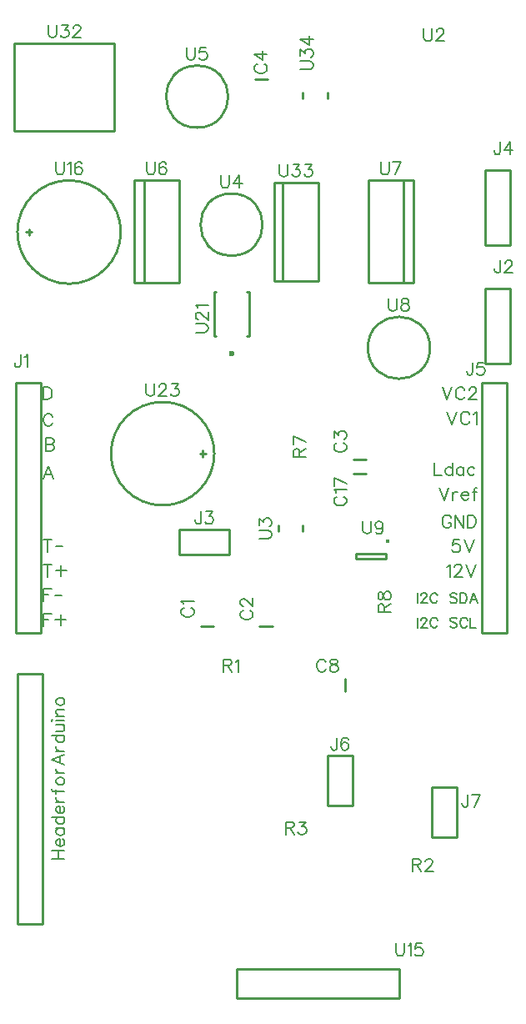
<source format=gbr>
G04 DipTrace 3.0.0.2*
G04 TopSilk.gbr*
%MOMM*%
G04 #@! TF.FileFunction,Legend,Top*
G04 #@! TF.Part,Single*
%ADD10C,0.25*%
%ADD26O,0.39127X0.39172*%
%ADD32O,0.59978X0.60023*%
%ADD73C,0.19608*%
%ADD74C,0.15686*%
%FSLAX35Y35*%
G04*
G71*
G90*
G75*
G01*
G04 TopSilk*
%LPD*%
X3164950Y4844947D2*
D10*
X3035050D1*
X3764950D2*
X3635050D1*
X4714950Y6544947D2*
X4585050D1*
X3590050Y10400053D2*
X3719950D1*
X4505053Y4314950D2*
Y4185050D1*
X4585050Y6395053D2*
X4714950D1*
X1172996Y1822949D2*
X1427000D1*
Y4363051D1*
X1172996D1*
Y1822949D1*
X1154996Y4779949D2*
X1409000D1*
Y7320051D1*
X1154996D1*
Y4779949D1*
X6177013Y8276952D2*
X5923000D1*
Y7515048D1*
X6177013D1*
Y8276952D1*
X2819000Y5573000D2*
X3327000D1*
Y5827000D1*
X2819000D1*
Y5573000D1*
X6177013Y9476952D2*
X5923000D1*
Y8715048D1*
X6177013D1*
Y9476952D1*
X6145004Y7320051D2*
X5891000D1*
Y4779949D1*
X6145004D1*
Y7320051D1*
X4323000Y3531000D2*
X4577000D1*
Y3023000D1*
X4323000D1*
Y3531000D1*
X5636700Y2704343D2*
X5382700D1*
Y3212343D1*
X5636700D1*
Y2704343D1*
X3824990Y5810080D2*
Y5869920D1*
X4075010Y5810080D2*
Y5869920D1*
X3350000Y8610000D2*
G02X3350000Y8610000I0J315000D01*
G01*
X3000000Y9910000D2*
G02X3000000Y9910000I0J315000D01*
G01*
X2460142Y8334000D2*
Y9374000D1*
X2360000Y8334000D2*
Y9374000D1*
X2820000Y8334000D2*
Y9374000D1*
Y8334000D2*
X2360000D1*
X2820000Y9374000D2*
X2360000D1*
X5099451Y9373980D2*
Y8333980D1*
X5199593Y9373980D2*
Y8333980D1*
X4739593Y9373980D2*
Y8333980D1*
Y9373980D2*
X5199593D1*
X4739593Y8333980D2*
X5199593D1*
X5365000Y7675000D2*
G02X5365000Y7675000I-315000J0D01*
G01*
D26*
X4938356Y5707361D3*
X4914986Y5580000D2*
D10*
X4615000D1*
Y5530000D1*
X4914986D1*
Y5580000D1*
X3402984Y1369007D2*
X5053945D1*
Y1069000D1*
X3402984D1*
Y1369007D1*
X1175000Y8850000D2*
G02X1175000Y8850000I525000J0D01*
G01*
X1291340Y8819970D2*
Y8880030D1*
X1261310Y8850000D2*
X1321265D1*
X3169992Y7794991D2*
Y8245008D1*
X3530002Y7794991D2*
Y8245008D1*
X3169992D2*
X3195012D1*
X3169992Y7794991D2*
X3195012D1*
X3504981Y8245008D2*
X3530002D1*
X3504981Y7794991D2*
X3530002D1*
D32*
X3349997Y7612511D3*
X2125000Y6600000D2*
D10*
G02X2125000Y6600000I525000J0D01*
G01*
X3058660Y6630030D2*
Y6569970D1*
X3088690Y6600000D2*
X3028735D1*
X2154000Y9873000D2*
X1138000D1*
Y10762025D1*
X2154000D1*
Y9873000D1*
X3780000Y8354000D2*
X4230000D1*
Y9354000D1*
X3780000D1*
Y8354000D1*
X3870000D2*
Y9354000D1*
X4325010Y10269920D2*
Y10210080D1*
X4074990Y10269920D2*
Y10210080D1*
X2869337Y5035689D2*
D73*
X2857264Y5029652D1*
X2845050Y5017439D1*
X2839013Y5005366D1*
Y4981079D1*
X2845050Y4968866D1*
X2857263Y4956793D1*
X2869336Y4950616D1*
X2887586Y4944579D1*
X2918050D1*
X2936160Y4950616D1*
X2948373Y4956793D1*
X2960446Y4968866D1*
X2966623Y4981079D1*
Y5005366D1*
X2960446Y5017439D1*
X2948373Y5029652D1*
X2936160Y5035689D1*
X2863440Y5074904D2*
X2857264Y5087118D1*
X2839154Y5105368D1*
X2966623D1*
X3469337Y5008384D2*
X3457264Y5002347D1*
X3445050Y4990134D1*
X3439013Y4978061D1*
Y4953774D1*
X3445050Y4941561D1*
X3457263Y4929488D1*
X3469336Y4923311D1*
X3487586Y4917274D1*
X3518050D1*
X3536160Y4923311D1*
X3548373Y4929488D1*
X3560446Y4941561D1*
X3566623Y4953774D1*
Y4978061D1*
X3560446Y4990134D1*
X3548373Y5002347D1*
X3536160Y5008384D1*
X3469477Y5053777D2*
X3463440D1*
X3451227Y5059813D1*
X3445190Y5065850D1*
X3439154Y5078063D1*
Y5102350D1*
X3445190Y5114423D1*
X3451227Y5120459D1*
X3463440Y5126636D1*
X3475514D1*
X3487727Y5120459D1*
X3505837Y5108386D1*
X3566623Y5047599D1*
Y5132673D1*
X4419337Y6708384D2*
X4407264Y6702347D1*
X4395050Y6690134D1*
X4389013Y6678061D1*
Y6653774D1*
X4395050Y6641561D1*
X4407263Y6629488D1*
X4419336Y6623311D1*
X4437586Y6617274D1*
X4468050D1*
X4486160Y6623311D1*
X4498373Y6629488D1*
X4510446Y6641561D1*
X4516623Y6653774D1*
Y6678061D1*
X4510446Y6690134D1*
X4498373Y6702347D1*
X4486160Y6708384D1*
X4389154Y6759813D2*
Y6826496D1*
X4437727Y6790136D1*
Y6808386D1*
X4443764Y6820459D1*
X4449800Y6826496D1*
X4468050Y6832673D1*
X4480123D1*
X4498373Y6826496D1*
X4510587Y6814423D1*
X4516623Y6796173D1*
Y6777923D1*
X4510587Y6759813D1*
X4504410Y6753776D1*
X4492337Y6747600D1*
X3613057Y10555916D2*
X3600984Y10549879D1*
X3588770Y10537666D1*
X3582733Y10525593D1*
Y10501306D1*
X3588770Y10489093D1*
X3600983Y10477020D1*
X3613056Y10470843D1*
X3631306Y10464806D1*
X3661770D1*
X3679880Y10470843D1*
X3692093Y10477020D1*
X3704166Y10489093D1*
X3710343Y10501306D1*
Y10525593D1*
X3704166Y10537666D1*
X3692093Y10549879D1*
X3679880Y10555916D1*
X3710343Y10655918D2*
X3582874D1*
X3667807Y10595131D1*
Y10686241D1*
X4308507Y4480664D2*
X4302471Y4492737D1*
X4290257Y4504950D1*
X4278184Y4510987D1*
X4253898D1*
X4241684Y4504950D1*
X4229611Y4492737D1*
X4223434Y4480664D1*
X4217398Y4462414D1*
Y4431950D1*
X4223434Y4413840D1*
X4229611Y4401627D1*
X4241684Y4389554D1*
X4253898Y4383377D1*
X4278184D1*
X4290257Y4389554D1*
X4302471Y4401627D1*
X4308507Y4413840D1*
X4378046Y4510846D2*
X4359936Y4504810D1*
X4353760Y4492737D1*
Y4480523D1*
X4359936Y4468450D1*
X4372010Y4462273D1*
X4396296Y4456237D1*
X4414546Y4450200D1*
X4426619Y4437987D1*
X4432656Y4425914D1*
Y4407664D1*
X4426619Y4395590D1*
X4420583Y4389414D1*
X4402333Y4383377D1*
X4378046D1*
X4359936Y4389414D1*
X4353760Y4395590D1*
X4347723Y4407664D1*
Y4425914D1*
X4353760Y4437987D1*
X4365973Y4450200D1*
X4384083Y4456237D1*
X4408369Y4462273D1*
X4420583Y4468450D1*
X4426619Y4480523D1*
Y4492737D1*
X4420583Y4504810D1*
X4402333Y4510846D1*
X4378046D1*
X4419337Y6163598D2*
X4407264Y6157561D1*
X4395050Y6145348D1*
X4389013Y6133275D1*
Y6108988D1*
X4395050Y6096775D1*
X4407263Y6084702D1*
X4419336Y6078525D1*
X4437586Y6072488D1*
X4468050D1*
X4486160Y6078525D1*
X4498373Y6084702D1*
X4510446Y6096775D1*
X4516623Y6108988D1*
Y6133275D1*
X4510446Y6145348D1*
X4498373Y6157561D1*
X4486160Y6163598D1*
X4413440Y6202813D2*
X4407264Y6215027D1*
X4389154Y6233277D1*
X4516623D1*
Y6296779D2*
X4389154Y6357566D1*
Y6272492D1*
X1526070Y2488281D2*
X1653680D1*
X1526070Y2573354D2*
X1653680D1*
X1586857Y2488281D2*
Y2573354D1*
X1605107Y2612569D2*
Y2685429D1*
X1592893D1*
X1580680Y2679392D1*
X1574643Y2673356D1*
X1568607Y2661142D1*
Y2642892D1*
X1574643Y2630819D1*
X1586857Y2618606D1*
X1605107Y2612569D1*
X1617180D1*
X1635430Y2618606D1*
X1647503Y2630819D1*
X1653680Y2642892D1*
Y2661142D1*
X1647503Y2673356D1*
X1635430Y2685429D1*
X1568607Y2797504D2*
X1653680D1*
X1586857D2*
X1574643Y2785431D1*
X1568607Y2773218D1*
Y2755108D1*
X1574643Y2742895D1*
X1586857Y2730821D1*
X1605107Y2724645D1*
X1617180D1*
X1635430Y2730821D1*
X1647503Y2742895D1*
X1653680Y2755108D1*
Y2773218D1*
X1647503Y2785431D1*
X1635430Y2797504D1*
X1526070Y2909579D2*
X1653680D1*
X1586857D2*
X1574643Y2897506D1*
X1568607Y2885293D1*
Y2867043D1*
X1574643Y2854970D1*
X1586857Y2842756D1*
X1605107Y2836720D1*
X1617180D1*
X1635430Y2842756D1*
X1647503Y2854970D1*
X1653680Y2867043D1*
Y2885293D1*
X1647503Y2897506D1*
X1635430Y2909579D1*
X1605107Y2948795D2*
Y3021655D1*
X1592893D1*
X1580680Y3015618D1*
X1574643Y3009582D1*
X1568607Y2997368D1*
Y2979118D1*
X1574643Y2967045D1*
X1586857Y2954832D1*
X1605107Y2948795D1*
X1617180D1*
X1635430Y2954832D1*
X1647503Y2967045D1*
X1653680Y2979118D1*
Y2997368D1*
X1647503Y3009582D1*
X1635430Y3021655D1*
X1568607Y3060870D2*
X1653680D1*
X1605107D2*
X1586857Y3067047D1*
X1574643Y3079120D1*
X1568607Y3091334D1*
Y3109584D1*
X1526070Y3197373D2*
Y3185300D1*
X1532107Y3173086D1*
X1550357Y3167050D1*
X1653680D1*
X1568607Y3148800D2*
Y3191336D1*
Y3266911D2*
X1574643Y3254838D1*
X1586857Y3242625D1*
X1605107Y3236588D1*
X1617180D1*
X1635430Y3242625D1*
X1647503Y3254838D1*
X1653680Y3266911D1*
Y3285161D1*
X1647503Y3297375D1*
X1635430Y3309448D1*
X1617180Y3315625D1*
X1605107D1*
X1586857Y3309448D1*
X1574643Y3297375D1*
X1568607Y3285161D1*
Y3266911D1*
Y3354841D2*
X1653680D1*
X1605107D2*
X1586857Y3361017D1*
X1574643Y3373091D1*
X1568607Y3385304D1*
Y3403554D1*
X1653680Y3540056D2*
X1526070Y3491343D1*
X1653680Y3442770D1*
X1611143Y3461020D2*
Y3521806D1*
X1568607Y3579272D2*
X1653680D1*
X1605107D2*
X1586857Y3585449D1*
X1574643Y3597522D1*
X1568607Y3609735D1*
Y3627985D1*
X1526070Y3740061D2*
X1653680D1*
X1586857D2*
X1574643Y3727988D1*
X1568607Y3715774D1*
Y3697524D1*
X1574643Y3685451D1*
X1586857Y3673238D1*
X1605107Y3667201D1*
X1617180D1*
X1635430Y3673238D1*
X1647503Y3685451D1*
X1653680Y3697524D1*
Y3715774D1*
X1647503Y3727988D1*
X1635430Y3740061D1*
X1568607Y3779276D2*
X1629393D1*
X1647503Y3785313D1*
X1653680Y3797526D1*
Y3815776D1*
X1647503Y3827849D1*
X1629393Y3846099D1*
X1568607D2*
X1653680D1*
X1526070Y3885315D2*
X1532107Y3891352D1*
X1526070Y3897529D1*
X1519893Y3891352D1*
X1526070Y3885315D1*
X1568607Y3891352D2*
X1653680D1*
X1568607Y3936744D2*
X1653680D1*
X1592893D2*
X1574643Y3954994D1*
X1568607Y3967208D1*
Y3985317D1*
X1574643Y3997531D1*
X1592893Y4003567D1*
X1653680D1*
X1568607Y4073106D2*
X1574643Y4061033D1*
X1586857Y4048820D1*
X1605107Y4042783D1*
X1617180D1*
X1635430Y4048820D1*
X1647503Y4061033D1*
X1653680Y4073106D1*
Y4091356D1*
X1647503Y4103570D1*
X1635430Y4115643D1*
X1617180Y4121820D1*
X1605107D1*
X1586857Y4115643D1*
X1574643Y4103570D1*
X1568607Y4091356D1*
Y4073106D1*
X1207804Y7603987D2*
Y7506840D1*
X1201767Y7488590D1*
X1195590Y7482554D1*
X1183517Y7476377D1*
X1171304D1*
X1159231Y7482554D1*
X1153194Y7488590D1*
X1147017Y7506840D1*
Y7518914D1*
X1247019Y7579560D2*
X1259233Y7585737D1*
X1277483Y7603846D1*
Y7476377D1*
X6081749Y8562987D2*
Y8465840D1*
X6075712Y8447590D1*
X6069535Y8441554D1*
X6057462Y8435377D1*
X6045249D1*
X6033176Y8441554D1*
X6027139Y8447590D1*
X6020962Y8465840D1*
Y8477914D1*
X6127141Y8532523D2*
Y8538560D1*
X6133178Y8550773D1*
X6139215Y8556810D1*
X6151428Y8562846D1*
X6175715D1*
X6187788Y8556810D1*
X6193824Y8550773D1*
X6200001Y8538560D1*
Y8526487D1*
X6193824Y8514273D1*
X6181751Y8496164D1*
X6120965Y8435377D1*
X6206038D1*
X3041249Y6012987D2*
Y5915840D1*
X3035212Y5897590D1*
X3029035Y5891554D1*
X3016962Y5885377D1*
X3004749D1*
X2992676Y5891554D1*
X2986639Y5897590D1*
X2980462Y5915840D1*
Y5927914D1*
X3092678Y6012846D2*
X3159361D1*
X3123001Y5964273D1*
X3141251D1*
X3153324Y5958237D1*
X3159361Y5952200D1*
X3165538Y5933950D1*
Y5921877D1*
X3159361Y5903627D1*
X3147288Y5891414D1*
X3129038Y5885377D1*
X3110788D1*
X3092678Y5891414D1*
X3086641Y5897590D1*
X3080465Y5909664D1*
X6078731Y9762987D2*
Y9665840D1*
X6072694Y9647590D1*
X6066517Y9641554D1*
X6054444Y9635377D1*
X6042231D1*
X6030158Y9641554D1*
X6024121Y9647590D1*
X6017944Y9665840D1*
Y9677914D1*
X6178733Y9635377D2*
Y9762846D1*
X6117946Y9677914D1*
X6209056D1*
X5799419Y7527013D2*
Y7429867D1*
X5793382Y7411617D1*
X5787205Y7405581D1*
X5775132Y7399404D1*
X5762919D1*
X5750846Y7405581D1*
X5744809Y7411617D1*
X5738632Y7429867D1*
Y7441940D1*
X5911494Y7526873D2*
X5850848D1*
X5844811Y7472263D1*
X5850848Y7478300D1*
X5869098Y7484477D1*
X5887208D1*
X5905458Y7478300D1*
X5917671Y7466227D1*
X5923708Y7447977D1*
Y7435904D1*
X5917671Y7417654D1*
X5905458Y7405440D1*
X5887208Y7399404D1*
X5869098D1*
X5850848Y7405440D1*
X5844811Y7411617D1*
X5838635Y7423690D1*
X4421337Y3716987D2*
Y3619840D1*
X4415301Y3601590D1*
X4409124Y3595554D1*
X4397051Y3589377D1*
X4384837D1*
X4372764Y3595554D1*
X4366728Y3601590D1*
X4360551Y3619840D1*
Y3631914D1*
X4533413Y3698737D2*
X4527376Y3710810D1*
X4509126Y3716846D1*
X4497053D1*
X4478803Y3710810D1*
X4466590Y3692560D1*
X4460553Y3662237D1*
Y3631914D1*
X4466590Y3607627D1*
X4478803Y3595414D1*
X4497053Y3589377D1*
X4503090D1*
X4521199Y3595414D1*
X4533413Y3607627D1*
X4539449Y3625877D1*
Y3631914D1*
X4533413Y3650164D1*
X4521199Y3662237D1*
X4503090Y3668273D1*
X4497053D1*
X4478803Y3662237D1*
X4466590Y3650164D1*
X4460553Y3631914D1*
X5751636Y3141133D2*
Y3043987D1*
X5745599Y3025737D1*
X5739422Y3019701D1*
X5727349Y3013524D1*
X5715136D1*
X5703062Y3019701D1*
X5697026Y3025737D1*
X5690849Y3043987D1*
Y3056060D1*
X5815138Y3013524D2*
X5875924Y3140993D1*
X5790851D1*
X3267624Y4450200D2*
X3322234D1*
X3340484Y4456377D1*
X3346660Y4462414D1*
X3352697Y4474487D1*
Y4486700D1*
X3346660Y4498773D1*
X3340484Y4504950D1*
X3322234Y4510987D1*
X3267624D1*
Y4383377D1*
X3310160Y4450200D2*
X3352697Y4383377D1*
X3391913Y4486560D2*
X3404126Y4492737D1*
X3422376Y4510846D1*
Y4383377D1*
X5188832Y2425997D2*
X5243442D1*
X5261692Y2432174D1*
X5267869Y2438210D1*
X5273905Y2450283D1*
Y2462497D1*
X5267869Y2474570D1*
X5261692Y2480747D1*
X5243442Y2486783D1*
X5188832D1*
Y2359174D1*
X5231369Y2425997D2*
X5273905Y2359174D1*
X5319298Y2456320D2*
Y2462356D1*
X5325335Y2474570D1*
X5331371Y2480606D1*
X5343585Y2486643D1*
X5367871D1*
X5379944Y2480606D1*
X5385981Y2474570D1*
X5392158Y2462356D1*
Y2450283D1*
X5385981Y2438070D1*
X5373908Y2419960D1*
X5313121Y2359174D1*
X5398194D1*
X3900319Y2800200D2*
X3954929D1*
X3973179Y2806377D1*
X3979356Y2812414D1*
X3985392Y2824487D1*
Y2836700D1*
X3979356Y2848773D1*
X3973179Y2854950D1*
X3954929Y2860987D1*
X3900319D1*
Y2733377D1*
X3942856Y2800200D2*
X3985392Y2733377D1*
X4036821Y2860846D2*
X4103504D1*
X4067144Y2812273D1*
X4085394D1*
X4097467Y2806237D1*
X4103504Y2800200D1*
X4109681Y2781950D1*
Y2769877D1*
X4103504Y2751627D1*
X4091431Y2739414D1*
X4073181Y2733377D1*
X4054931D1*
X4036821Y2739414D1*
X4030785Y2745590D1*
X4024608Y2757664D1*
X4039933Y6567096D2*
Y6621706D1*
X4033756Y6639956D1*
X4027720Y6646133D1*
X4015647Y6652169D1*
X4003433D1*
X3991360Y6646133D1*
X3985183Y6639956D1*
X3979147Y6621706D1*
Y6567096D1*
X4106756D1*
X4039933Y6609633D2*
X4106756Y6652169D1*
Y6715671D2*
X3979287Y6776458D1*
Y6691385D1*
X4899800Y4990390D2*
Y5044999D1*
X4893623Y5063249D1*
X4887587Y5069426D1*
X4875514Y5075463D1*
X4863300D1*
X4851227Y5069426D1*
X4845050Y5063249D1*
X4839013Y5044999D1*
Y4990390D1*
X4966623D1*
X4899800Y5032926D2*
X4966623Y5075462D1*
X4839154Y5145001D2*
X4845190Y5126892D1*
X4857264Y5120715D1*
X4869477D1*
X4881550Y5126892D1*
X4887727Y5138965D1*
X4893764Y5163251D1*
X4899800Y5181501D1*
X4912014Y5193574D1*
X4924087Y5199611D1*
X4942337D1*
X4954410Y5193574D1*
X4960587Y5187538D1*
X4966623Y5169288D1*
Y5145001D1*
X4960587Y5126892D1*
X4954410Y5120715D1*
X4942337Y5114678D1*
X4924087D1*
X4912014Y5120715D1*
X4899800Y5132928D1*
X4893764Y5151038D1*
X4887727Y5175324D1*
X4881550Y5187538D1*
X4869477Y5193574D1*
X4857264D1*
X4845190Y5187538D1*
X4839154Y5169288D1*
Y5145001D1*
X5302209Y10916043D2*
Y10824934D1*
X5308246Y10806684D1*
X5320459Y10794611D1*
X5338709Y10788434D1*
X5350782D1*
X5369032Y10794611D1*
X5381246Y10806684D1*
X5387282Y10824934D1*
Y10916043D1*
X5432675Y10885580D2*
Y10891616D1*
X5438711Y10903830D1*
X5444748Y10909866D1*
X5456961Y10915903D1*
X5481248D1*
X5493321Y10909866D1*
X5499357Y10903830D1*
X5505534Y10891616D1*
Y10879543D1*
X5499357Y10867330D1*
X5487284Y10849220D1*
X5426498Y10788434D1*
X5511571D1*
X3629013Y5735319D2*
X3720123D1*
X3738373Y5741356D1*
X3750446Y5753569D1*
X3756623Y5771819D1*
Y5783892D1*
X3750446Y5802142D1*
X3738373Y5814356D1*
X3720123Y5820392D1*
X3629014D1*
X3629154Y5871822D2*
Y5938504D1*
X3677727Y5902145D1*
Y5920394D1*
X3683764Y5932468D1*
X3689800Y5938504D1*
X3708050Y5944681D1*
X3720123D1*
X3738373Y5938504D1*
X3750587Y5926431D1*
X3756623Y5908181D1*
Y5889931D1*
X3750587Y5871821D1*
X3744410Y5865785D1*
X3732337Y5859608D1*
X3242301Y9425987D2*
Y9334877D1*
X3248337Y9316627D1*
X3260551Y9304554D1*
X3278801Y9298377D1*
X3290874D1*
X3309124Y9304554D1*
X3321337Y9316627D1*
X3327374Y9334877D1*
Y9425987D1*
X3427376Y9298377D2*
Y9425846D1*
X3366590Y9340914D1*
X3457699D1*
X2895319Y10725987D2*
Y10634877D1*
X2901356Y10616627D1*
X2913569Y10604554D1*
X2931819Y10598377D1*
X2943892D1*
X2962142Y10604554D1*
X2974356Y10616627D1*
X2980392Y10634877D1*
Y10725987D1*
X3092467Y10725846D2*
X3031821D1*
X3025785Y10671237D1*
X3031821Y10677273D1*
X3050071Y10683450D1*
X3068181D1*
X3086431Y10677273D1*
X3098644Y10665200D1*
X3104681Y10646950D1*
Y10634877D1*
X3098644Y10616627D1*
X3086431Y10604414D1*
X3068181Y10598377D1*
X3050071D1*
X3031821Y10604414D1*
X3025785Y10610590D1*
X3019608Y10622664D1*
X2488408Y9559987D2*
Y9468877D1*
X2494444Y9450627D1*
X2506658Y9438554D1*
X2524908Y9432377D1*
X2536981D1*
X2555231Y9438554D1*
X2567444Y9450627D1*
X2573481Y9468877D1*
Y9559987D1*
X2685556Y9541737D2*
X2679519Y9553810D1*
X2661269Y9559846D1*
X2649196D1*
X2630946Y9553810D1*
X2618733Y9535560D1*
X2612696Y9505237D1*
Y9474914D1*
X2618733Y9450627D1*
X2630946Y9438414D1*
X2649196Y9432377D1*
X2655233D1*
X2673342Y9438414D1*
X2685556Y9450627D1*
X2691592Y9468877D1*
Y9474914D1*
X2685556Y9493164D1*
X2673342Y9505237D1*
X2655233Y9511273D1*
X2649196D1*
X2630946Y9505237D1*
X2618733Y9493164D1*
X2612696Y9474914D1*
X4864912Y9559967D2*
Y9468857D1*
X4870949Y9450607D1*
X4883162Y9438534D1*
X4901412Y9432357D1*
X4913485D1*
X4931735Y9438534D1*
X4943949Y9450607D1*
X4949985Y9468857D1*
Y9559967D1*
X5013488Y9432357D2*
X5074274Y9559826D1*
X4989201D1*
X4945389Y8175987D2*
Y8084877D1*
X4951426Y8066627D1*
X4963639Y8054554D1*
X4981889Y8048377D1*
X4993962D1*
X5012212Y8054554D1*
X5024426Y8066627D1*
X5030462Y8084877D1*
Y8175987D1*
X5100001Y8175846D2*
X5081891Y8169810D1*
X5075715Y8157737D1*
Y8145523D1*
X5081891Y8133450D1*
X5093965Y8127273D1*
X5118251Y8121237D1*
X5136501Y8115200D1*
X5148574Y8102987D1*
X5154611Y8090914D1*
Y8072664D1*
X5148574Y8060590D1*
X5142538Y8054414D1*
X5124288Y8048377D1*
X5100001D1*
X5081891Y8054414D1*
X5075715Y8060590D1*
X5069678Y8072664D1*
Y8090914D1*
X5075715Y8102987D1*
X5087928Y8115200D1*
X5106038Y8121237D1*
X5130324Y8127273D1*
X5142538Y8133450D1*
X5148574Y8145523D1*
Y8157737D1*
X5142538Y8169810D1*
X5124288Y8175846D1*
X5100001D1*
X4684797Y5912933D2*
Y5821824D1*
X4690834Y5803574D1*
X4703047Y5791501D1*
X4721297Y5785324D1*
X4733370D1*
X4751620Y5791501D1*
X4763834Y5803574D1*
X4769870Y5821824D1*
Y5912933D1*
X4888123Y5870397D2*
X4881946Y5852147D1*
X4869873Y5839933D1*
X4851623Y5833897D1*
X4845586D1*
X4827336Y5839933D1*
X4815263Y5852147D1*
X4809086Y5870397D1*
Y5876433D1*
X4815263Y5894683D1*
X4827336Y5906756D1*
X4845586Y5912793D1*
X4851623D1*
X4869873Y5906756D1*
X4881946Y5894683D1*
X4888123Y5870397D1*
Y5839933D1*
X4881946Y5809610D1*
X4869873Y5791360D1*
X4851623Y5785324D1*
X4839550D1*
X4821300Y5791360D1*
X4815263Y5803574D1*
X5018493Y1626690D2*
Y1535580D1*
X5024529Y1517330D1*
X5036743Y1505257D1*
X5054993Y1499080D1*
X5067066D1*
X5085316Y1505257D1*
X5097529Y1517330D1*
X5103566Y1535580D1*
Y1626690D1*
X5142782Y1602263D2*
X5154995Y1608440D1*
X5173245Y1626550D1*
Y1499080D1*
X5285320Y1626550D2*
X5224674D1*
X5218638Y1571940D1*
X5224674Y1577976D1*
X5242924Y1584153D1*
X5261034D1*
X5279284Y1577976D1*
X5291497Y1565903D1*
X5297534Y1547653D1*
Y1535580D1*
X5291497Y1517330D1*
X5279284Y1505117D1*
X5261034Y1499080D1*
X5242924D1*
X5224674Y1505117D1*
X5218638Y1511294D1*
X5212461Y1523367D1*
X1563568Y9560987D2*
Y9469877D1*
X1569605Y9451627D1*
X1581818Y9439554D1*
X1600068Y9433377D1*
X1612141D1*
X1630391Y9439554D1*
X1642605Y9451627D1*
X1648641Y9469877D1*
Y9560987D1*
X1687857Y9536560D2*
X1700070Y9542737D1*
X1718320Y9560846D1*
Y9433377D1*
X1830395Y9542737D2*
X1824359Y9554810D1*
X1806109Y9560846D1*
X1794036D1*
X1775786Y9554810D1*
X1763572Y9536560D1*
X1757536Y9506237D1*
Y9475914D1*
X1763572Y9451627D1*
X1775786Y9439414D1*
X1794036Y9433377D1*
X1800072D1*
X1818182Y9439414D1*
X1830395Y9451627D1*
X1836432Y9469877D1*
Y9475914D1*
X1830395Y9494164D1*
X1818182Y9506237D1*
X1800072Y9512273D1*
X1794036D1*
X1775786Y9506237D1*
X1763572Y9494164D1*
X1757536Y9475914D1*
X2984005Y7831730D2*
X3075115D1*
X3093365Y7837766D1*
X3105438Y7849980D1*
X3111615Y7868230D1*
Y7880303D1*
X3105438Y7898553D1*
X3093365Y7910766D1*
X3075115Y7916803D1*
X2984005D1*
X3014469Y7962195D2*
X3008432D1*
X2996219Y7968232D1*
X2990182Y7974268D1*
X2984146Y7986482D1*
Y8010768D1*
X2990182Y8022841D1*
X2996219Y8028878D1*
X3008432Y8035055D1*
X3020505D1*
X3032719Y8028878D1*
X3050828Y8016805D1*
X3111615Y7956018D1*
Y8041091D1*
X3008432Y8080307D2*
X3002255Y8092521D1*
X2984146Y8110771D1*
X3111615D1*
X2483175Y7310987D2*
Y7219877D1*
X2489211Y7201627D1*
X2501425Y7189554D1*
X2519675Y7183377D1*
X2531748D1*
X2549998Y7189554D1*
X2562211Y7201627D1*
X2568248Y7219877D1*
Y7310987D1*
X2613640Y7280523D2*
Y7286560D1*
X2619677Y7298773D1*
X2625713Y7304810D1*
X2637927Y7310846D1*
X2662213D1*
X2674287Y7304810D1*
X2680323Y7298773D1*
X2686500Y7286560D1*
Y7274487D1*
X2680323Y7262273D1*
X2668250Y7244164D1*
X2607463Y7183377D1*
X2692537D1*
X2743966Y7310846D2*
X2810648D1*
X2774289Y7262273D1*
X2792539D1*
X2804612Y7256237D1*
X2810648Y7250200D1*
X2816825Y7231950D1*
Y7219877D1*
X2810648Y7201627D1*
X2798575Y7189414D1*
X2780325Y7183377D1*
X2762075D1*
X2743966Y7189414D1*
X2737929Y7195590D1*
X2731752Y7207664D1*
X1487951Y10951823D2*
Y10860714D1*
X1493988Y10842464D1*
X1506201Y10830391D1*
X1524451Y10824214D1*
X1536524D1*
X1554774Y10830391D1*
X1566988Y10842464D1*
X1573024Y10860714D1*
Y10951823D1*
X1624454Y10951683D2*
X1691136D1*
X1654777Y10903110D1*
X1673027D1*
X1685100Y10897073D1*
X1691136Y10891037D1*
X1697313Y10872787D1*
Y10860714D1*
X1691136Y10842464D1*
X1679063Y10830250D1*
X1660813Y10824214D1*
X1642563D1*
X1624454Y10830250D1*
X1618417Y10836427D1*
X1612240Y10848500D1*
X1742706Y10921360D2*
Y10927396D1*
X1748742Y10939610D1*
X1754779Y10945646D1*
X1766992Y10951683D1*
X1791279D1*
X1803352Y10945646D1*
X1809389Y10939610D1*
X1815565Y10927396D1*
Y10915323D1*
X1809389Y10903110D1*
X1797315Y10885000D1*
X1736529Y10824214D1*
X1821602D1*
X3838175Y9539987D2*
Y9448877D1*
X3844211Y9430627D1*
X3856425Y9418554D1*
X3874675Y9412377D1*
X3886748D1*
X3904998Y9418554D1*
X3917211Y9430627D1*
X3923248Y9448877D1*
Y9539987D1*
X3974677Y9539846D2*
X4041360D1*
X4005000Y9491273D1*
X4023250D1*
X4035323Y9485237D1*
X4041360Y9479200D1*
X4047537Y9460950D1*
Y9448877D1*
X4041360Y9430627D1*
X4029287Y9418414D1*
X4011037Y9412377D1*
X3992787D1*
X3974677Y9418414D1*
X3968640Y9424590D1*
X3962463Y9436664D1*
X4098966Y9539846D2*
X4165648D1*
X4129289Y9491273D1*
X4147539D1*
X4159612Y9485237D1*
X4165648Y9479200D1*
X4171825Y9460950D1*
Y9448877D1*
X4165648Y9430627D1*
X4153575Y9418414D1*
X4135325Y9412377D1*
X4117075D1*
X4098966Y9418414D1*
X4092929Y9424590D1*
X4086752Y9436664D1*
X4050180Y10500263D2*
X4141290D1*
X4159540Y10506300D1*
X4171613Y10518513D1*
X4177790Y10536763D1*
Y10548836D1*
X4171613Y10567086D1*
X4159540Y10579300D1*
X4141290Y10585336D1*
X4050180D1*
X4050321Y10636766D2*
Y10703448D1*
X4098894Y10667089D1*
Y10685339D1*
X4104930Y10697412D1*
X4110967Y10703448D1*
X4129217Y10709625D1*
X4141290D1*
X4159540Y10703448D1*
X4171753Y10691375D1*
X4177790Y10673125D1*
Y10654875D1*
X4171753Y10636765D1*
X4165576Y10630729D1*
X4153503Y10624552D1*
X4177790Y10809627D2*
X4050321D1*
X4135253Y10748841D1*
Y10839950D1*
X1440197Y7276532D2*
Y7148922D1*
X1482734D1*
X1500984Y7155099D1*
X1513197Y7167172D1*
X1519234Y7179385D1*
X1525270Y7197495D1*
Y7227959D1*
X1519234Y7246209D1*
X1513197Y7258282D1*
X1500984Y7270495D1*
X1482734Y7276532D1*
X1440197D1*
X1531307Y6976602D2*
X1525270Y6988675D1*
X1513057Y7000888D1*
X1500984Y7006925D1*
X1476697D1*
X1464484Y7000888D1*
X1452411Y6988675D1*
X1446234Y6976602D1*
X1440197Y6958352D1*
Y6927888D1*
X1446234Y6909779D1*
X1452411Y6897565D1*
X1464484Y6885492D1*
X1476697Y6879315D1*
X1500984D1*
X1513057Y6885492D1*
X1525270Y6897565D1*
X1531307Y6909779D1*
X1459804Y6756925D2*
Y6629315D1*
X1514554D1*
X1532804Y6635492D1*
X1538840Y6641529D1*
X1544877Y6653602D1*
Y6671852D1*
X1538840Y6684065D1*
X1532804Y6690102D1*
X1514554Y6696138D1*
X1532804Y6702315D1*
X1538840Y6708352D1*
X1544877Y6720425D1*
Y6732638D1*
X1538840Y6744711D1*
X1532804Y6750888D1*
X1514554Y6756925D1*
X1459804D1*
Y6696138D2*
X1514554D1*
X1537484Y6348922D2*
X1488770Y6476532D1*
X1440197Y6348922D1*
X1458447Y6391459D2*
X1519234D1*
Y4976532D2*
X1440197D1*
Y4848922D1*
Y4915745D2*
X1488770D1*
X1613059Y4967336D2*
Y4857977D1*
X1558449Y4912586D2*
X1667809D1*
X1519234Y5226532D2*
X1440197D1*
Y5098922D1*
Y5165745D2*
X1488770D1*
X1558449Y5162657D2*
X1628642D1*
X1482734Y5476532D2*
Y5348922D1*
X1440197Y5476532D2*
X1525270D1*
X1619096Y5467336D2*
Y5357977D1*
X1564486Y5412586D2*
X1673846D1*
X1482734Y5726532D2*
Y5598922D1*
X1440197Y5726532D2*
X1525270D1*
X1564486Y5662657D2*
X1634678D1*
X5540197Y7026532D2*
X5588770Y6898922D1*
X5637343Y7026532D1*
X5767669Y6996209D2*
X5761632Y7008282D1*
X5749419Y7020495D1*
X5737346Y7026532D1*
X5713059D1*
X5700846Y7020495D1*
X5688773Y7008282D1*
X5682596Y6996209D1*
X5676559Y6977959D1*
Y6947495D1*
X5682596Y6929385D1*
X5688773Y6917172D1*
X5700846Y6905099D1*
X5713059Y6898922D1*
X5737346D1*
X5749419Y6905099D1*
X5761632Y6917172D1*
X5767669Y6929385D1*
X5806884Y7002105D2*
X5819098Y7008282D1*
X5837348Y7026391D1*
Y6898922D1*
X5490197Y7276532D2*
X5538770Y7148922D1*
X5587343Y7276532D1*
X5717669Y7246209D2*
X5711632Y7258282D1*
X5699419Y7270495D1*
X5687346Y7276532D1*
X5663059D1*
X5650846Y7270495D1*
X5638773Y7258282D1*
X5632596Y7246209D1*
X5626559Y7227959D1*
Y7197495D1*
X5632596Y7179385D1*
X5638773Y7167172D1*
X5650846Y7155099D1*
X5663059Y7148922D1*
X5687346D1*
X5699419Y7155099D1*
X5711632Y7167172D1*
X5717669Y7179385D1*
X5763061Y7246068D2*
Y7252105D1*
X5769098Y7264318D1*
X5775134Y7270355D1*
X5787348Y7276391D1*
X5811634D1*
X5823707Y7270355D1*
X5829744Y7264318D1*
X5835921Y7252105D1*
Y7240032D1*
X5829744Y7227818D1*
X5817671Y7209709D1*
X5756884Y7148922D1*
X5841957D1*
X5459804Y6256925D2*
X5508377Y6129315D1*
X5556950Y6256925D1*
X5596166Y6214388D2*
Y6129315D1*
Y6177888D2*
X5602343Y6196138D1*
X5614416Y6208352D1*
X5626629Y6214388D1*
X5644879D1*
X5684095Y6177888D2*
X5756955D1*
Y6190102D1*
X5750918Y6202315D1*
X5744881Y6208352D1*
X5732668Y6214388D1*
X5714418D1*
X5702345Y6208352D1*
X5690131Y6196138D1*
X5684095Y6177888D1*
Y6165815D1*
X5690131Y6147565D1*
X5702345Y6135492D1*
X5714418Y6129315D1*
X5732668D1*
X5744881Y6135492D1*
X5756955Y6147565D1*
X5844743Y6256925D2*
X5832670D1*
X5820457Y6250888D1*
X5814420Y6232638D1*
Y6129315D1*
X5796170Y6214388D2*
X5838707D1*
X5581307Y5946209D2*
X5575270Y5958282D1*
X5563057Y5970495D1*
X5550984Y5976532D1*
X5526697D1*
X5514484Y5970495D1*
X5502411Y5958282D1*
X5496234Y5946209D1*
X5490197Y5927959D1*
Y5897495D1*
X5496234Y5879385D1*
X5502411Y5867172D1*
X5514484Y5855099D1*
X5526697Y5848922D1*
X5550984D1*
X5563057Y5855099D1*
X5575270Y5867172D1*
X5581307Y5879385D1*
Y5897495D1*
X5550984D1*
X5705596Y5976532D2*
Y5848922D1*
X5620523Y5976532D1*
Y5848922D1*
X5744811Y5976532D2*
Y5848922D1*
X5787348D1*
X5805598Y5855099D1*
X5817811Y5867172D1*
X5823848Y5879385D1*
X5829884Y5897495D1*
Y5927959D1*
X5823848Y5946209D1*
X5817811Y5958282D1*
X5805598Y5970495D1*
X5787348Y5976532D1*
X5744811D1*
X5663057Y5726391D2*
X5602411D1*
X5596374Y5671782D1*
X5602411Y5677818D1*
X5620661Y5683995D1*
X5638770D1*
X5657020Y5677818D1*
X5669234Y5665745D1*
X5675270Y5647495D1*
Y5635422D1*
X5669234Y5617172D1*
X5657020Y5604959D1*
X5638770Y5598922D1*
X5620661D1*
X5602411Y5604959D1*
X5596374Y5611135D1*
X5590197Y5623209D1*
X5714486Y5726532D2*
X5763059Y5598922D1*
X5811632Y5726532D1*
X5540197Y5452105D2*
X5552411Y5458282D1*
X5570661Y5476391D1*
Y5348922D1*
X5616053Y5446068D2*
Y5452105D1*
X5622090Y5464318D1*
X5628126Y5470355D1*
X5640340Y5476391D1*
X5664626D1*
X5676699Y5470355D1*
X5682736Y5464318D1*
X5688913Y5452105D1*
Y5440032D1*
X5682736Y5427818D1*
X5670663Y5409709D1*
X5609876Y5348922D1*
X5694949D1*
X5734165Y5476532D2*
X5782738Y5348922D1*
X5831311Y5476532D1*
X5238236Y5185147D2*
D74*
Y5083059D1*
X5274551Y5160776D2*
Y5165605D1*
X5279380Y5175376D1*
X5284209Y5180205D1*
X5293980Y5185034D1*
X5313409D1*
X5323067Y5180205D1*
X5327897Y5175376D1*
X5332838Y5165605D1*
Y5155947D1*
X5327897Y5146176D1*
X5318238Y5131688D1*
X5269609Y5083059D1*
X5337667D1*
X5441928Y5160888D2*
X5437098Y5170547D1*
X5427328Y5180317D1*
X5417669Y5185147D1*
X5398240D1*
X5388469Y5180317D1*
X5378811Y5170547D1*
X5373869Y5160888D1*
X5369040Y5146288D1*
Y5121917D1*
X5373869Y5107430D1*
X5378811Y5097659D1*
X5388469Y5088000D1*
X5398240Y5083059D1*
X5417669D1*
X5427328Y5088000D1*
X5437098Y5097659D1*
X5441928Y5107430D1*
X5640116Y5170547D2*
X5630457Y5180317D1*
X5615857Y5185147D1*
X5596428D1*
X5581828Y5180317D1*
X5572057Y5170547D1*
Y5160888D1*
X5576999Y5151117D1*
X5581828Y5146288D1*
X5591487Y5141459D1*
X5620687Y5131688D1*
X5630457Y5126859D1*
X5635287Y5121917D1*
X5640116Y5112259D1*
Y5097659D1*
X5630457Y5088000D1*
X5615857Y5083059D1*
X5596428D1*
X5581828Y5088000D1*
X5572057Y5097659D1*
X5671488Y5185147D2*
Y5083059D1*
X5705518D1*
X5720118Y5088000D1*
X5729888Y5097659D1*
X5734718Y5107430D1*
X5739547Y5121917D1*
Y5146288D1*
X5734718Y5160888D1*
X5729888Y5170547D1*
X5720118Y5180317D1*
X5705518Y5185147D1*
X5671488D1*
X5848749Y5083059D2*
X5809778Y5185147D1*
X5770919Y5083059D1*
X5785519Y5117088D2*
X5834149D1*
X5238236Y4935147D2*
Y4833059D1*
X5274551Y4910776D2*
Y4915605D1*
X5279380Y4925376D1*
X5284209Y4930205D1*
X5293980Y4935034D1*
X5313409D1*
X5323067Y4930205D1*
X5327897Y4925376D1*
X5332838Y4915605D1*
Y4905947D1*
X5327897Y4896176D1*
X5318238Y4881688D1*
X5269609Y4833059D1*
X5337667D1*
X5441928Y4910888D2*
X5437098Y4920547D1*
X5427328Y4930317D1*
X5417669Y4935147D1*
X5398240D1*
X5388469Y4930317D1*
X5378811Y4920547D1*
X5373869Y4910888D1*
X5369040Y4896288D1*
Y4871917D1*
X5373869Y4857430D1*
X5378811Y4847659D1*
X5388469Y4838000D1*
X5398240Y4833059D1*
X5417669D1*
X5427328Y4838000D1*
X5437098Y4847659D1*
X5441928Y4857430D1*
X5640116Y4920547D2*
X5630457Y4930317D1*
X5615857Y4935147D1*
X5596428D1*
X5581828Y4930317D1*
X5572057Y4920547D1*
Y4910888D1*
X5576999Y4901117D1*
X5581828Y4896288D1*
X5591487Y4891459D1*
X5620687Y4881688D1*
X5630457Y4876859D1*
X5635287Y4871917D1*
X5640116Y4862259D1*
Y4847659D1*
X5630457Y4838000D1*
X5615857Y4833059D1*
X5596428D1*
X5581828Y4838000D1*
X5572057Y4847659D1*
X5744376Y4910888D2*
X5739547Y4920547D1*
X5729776Y4930317D1*
X5720118Y4935147D1*
X5700688D1*
X5690918Y4930317D1*
X5681259Y4920547D1*
X5676318Y4910888D1*
X5671488Y4896288D1*
Y4871917D1*
X5676318Y4857430D1*
X5681259Y4847659D1*
X5690918Y4838000D1*
X5700688Y4833059D1*
X5720118D1*
X5729776Y4838000D1*
X5739547Y4847659D1*
X5744376Y4857430D1*
X5775749Y4935147D2*
Y4833059D1*
X5834036D1*
X5409804Y6506925D2*
D73*
Y6379315D1*
X5482664D1*
X5594739Y6506925D2*
Y6379315D1*
Y6446138D2*
X5582666Y6458352D1*
X5570452Y6464388D1*
X5552202D1*
X5540129Y6458352D1*
X5527916Y6446138D1*
X5521879Y6427888D1*
Y6415815D1*
X5527916Y6397565D1*
X5540129Y6385492D1*
X5552202Y6379315D1*
X5570452D1*
X5582666Y6385492D1*
X5594739Y6397565D1*
X5706814Y6464388D2*
Y6379315D1*
Y6446138D2*
X5694741Y6458352D1*
X5682528Y6464388D1*
X5664418D1*
X5652205Y6458352D1*
X5640131Y6446138D1*
X5633955Y6427888D1*
Y6415815D1*
X5640131Y6397565D1*
X5652205Y6385492D1*
X5664418Y6379315D1*
X5682528D1*
X5694741Y6385492D1*
X5706814Y6397565D1*
X5819030Y6446138D2*
X5806816Y6458352D1*
X5794603Y6464388D1*
X5776493D1*
X5764280Y6458352D1*
X5752207Y6446138D1*
X5746030Y6427888D1*
Y6415815D1*
X5752207Y6397565D1*
X5764280Y6385492D1*
X5776493Y6379315D1*
X5794603D1*
X5806816Y6385492D1*
X5819030Y6397565D1*
M02*

</source>
